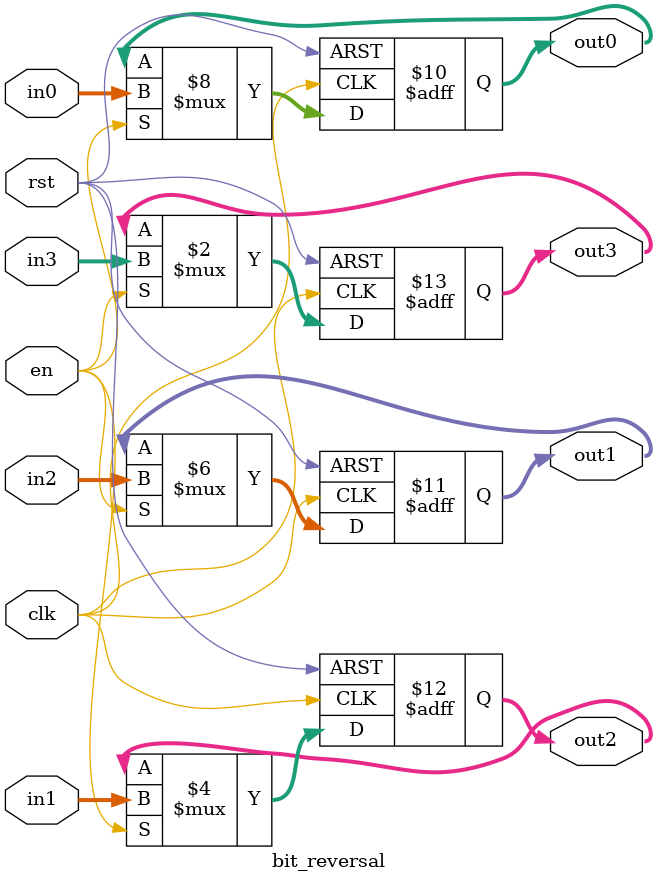
<source format=sv>
module bit_reversal (
    input  logic        clk,
    input  logic        rst,
    input  logic        en,
    input  logic [15:0] in0, in1, in2, in3,
    output logic [15:0] out0, out1, out2, out3 
);

// FROM wikipedia: https://en.wikipedia.org/wiki/Bit-reversal_permutation?#:~:text=Fourier%20transforms.-,Example,-%5Bedit%5D
// mapping for 4 bit:
// 0 -> 0, 1 -> 2, 2 -> 1, 3 -> 3

    always_ff @(posedge clk or posedge rst) begin
        if (rst) begin
            out0 <= 16'd0;
            out1 <= 16'd0;
            out2 <= 16'd0;
            out3 <= 16'd0;
        end else if (en) begin
            out0 <= in0; // index 0 → 0
            out1 <= in2; // index 1 → 2
            out2 <= in1; // index 2 → 1
            out3 <= in3; // index 3 → 3
        end
    end

endmodule

</source>
